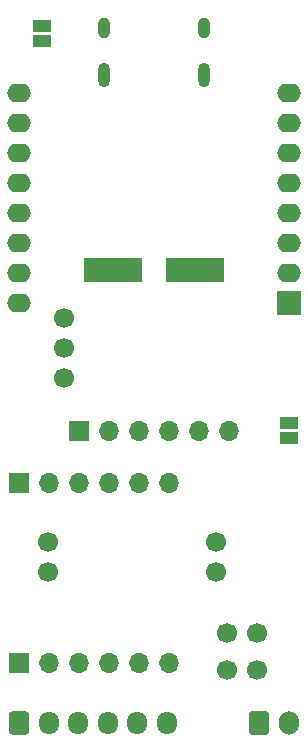
<source format=gts>
%TF.GenerationSoftware,KiCad,Pcbnew,8.0.7*%
%TF.CreationDate,2025-02-05T23:04:40+01:00*%
%TF.ProjectId,YADCMCB,59414443-4d43-4422-9e6b-696361645f70,rev?*%
%TF.SameCoordinates,Original*%
%TF.FileFunction,Soldermask,Top*%
%TF.FilePolarity,Negative*%
%FSLAX46Y46*%
G04 Gerber Fmt 4.6, Leading zero omitted, Abs format (unit mm)*
G04 Created by KiCad (PCBNEW 8.0.7) date 2025-02-05 23:04:40*
%MOMM*%
%LPD*%
G01*
G04 APERTURE LIST*
G04 Aperture macros list*
%AMRoundRect*
0 Rectangle with rounded corners*
0 $1 Rounding radius*
0 $2 $3 $4 $5 $6 $7 $8 $9 X,Y pos of 4 corners*
0 Add a 4 corners polygon primitive as box body*
4,1,4,$2,$3,$4,$5,$6,$7,$8,$9,$2,$3,0*
0 Add four circle primitives for the rounded corners*
1,1,$1+$1,$2,$3*
1,1,$1+$1,$4,$5*
1,1,$1+$1,$6,$7*
1,1,$1+$1,$8,$9*
0 Add four rect primitives between the rounded corners*
20,1,$1+$1,$2,$3,$4,$5,0*
20,1,$1+$1,$4,$5,$6,$7,0*
20,1,$1+$1,$6,$7,$8,$9,0*
20,1,$1+$1,$8,$9,$2,$3,0*%
G04 Aperture macros list end*
%ADD10R,1.500000X1.000000*%
%ADD11R,5.000000X2.000000*%
%ADD12O,1.000000X1.800000*%
%ADD13O,1.000000X2.100000*%
%ADD14RoundRect,0.250000X-0.600000X-0.750000X0.600000X-0.750000X0.600000X0.750000X-0.600000X0.750000X0*%
%ADD15O,1.700000X2.000000*%
%ADD16RoundRect,0.250000X-0.600000X-0.725000X0.600000X-0.725000X0.600000X0.725000X-0.600000X0.725000X0*%
%ADD17O,1.700000X1.950000*%
%ADD18R,1.700000X1.700000*%
%ADD19O,1.700000X1.700000*%
%ADD20C,1.700000*%
%ADD21R,2.000000X2.000000*%
%ADD22O,2.000000X1.600000*%
G04 APERTURE END LIST*
D10*
%TO.C,JP2*%
X27940000Y-36830000D03*
X27940000Y-35530000D03*
%TD*%
%TO.C,JP1*%
X6985000Y-1890000D03*
X6985000Y-3190000D03*
%TD*%
D11*
%TO.C,U3*%
X13010000Y-22590000D03*
D12*
X12260000Y-2090000D03*
D13*
X12260000Y-6090000D03*
D11*
X20010000Y-22590000D03*
D12*
X20760000Y-2090000D03*
D13*
X20760000Y-6090000D03*
%TD*%
D14*
%TO.C,J4*%
X25400000Y-60960000D03*
D15*
X27900000Y-60960000D03*
%TD*%
D16*
%TO.C,J5*%
X5080000Y-60960000D03*
D17*
X7580000Y-60960000D03*
X10080000Y-60960000D03*
X12580000Y-60960000D03*
X15080000Y-60960000D03*
X17580000Y-60960000D03*
%TD*%
D18*
%TO.C,J2*%
X5080000Y-40640000D03*
D19*
X7620000Y-40640000D03*
X10160000Y-40640000D03*
X12700000Y-40640000D03*
X15240000Y-40640000D03*
X17780000Y-40640000D03*
%TD*%
D18*
%TO.C,J3*%
X10160000Y-36195000D03*
D19*
X12700000Y-36195000D03*
X15240000Y-36195000D03*
X17780000Y-36195000D03*
X20320000Y-36195000D03*
X22860000Y-36195000D03*
%TD*%
D20*
%TO.C,U2*%
X22665000Y-56440000D03*
X25205000Y-56440000D03*
X22665000Y-53340000D03*
X25205000Y-53340000D03*
X21705000Y-48185000D03*
X21705000Y-45645000D03*
X7505000Y-48185000D03*
X7505000Y-45645000D03*
%TD*%
D21*
%TO.C,U1*%
X27940000Y-25400000D03*
D22*
X27940000Y-22860000D03*
X27940000Y-20320000D03*
X27940000Y-17780000D03*
X27940000Y-15240000D03*
X27940000Y-12700000D03*
X27940000Y-10160000D03*
X27940000Y-7620000D03*
X5080000Y-7620000D03*
X5080000Y-10160000D03*
X5080000Y-12700000D03*
X5080000Y-15240000D03*
X5080000Y-17780000D03*
X5080000Y-20320000D03*
X5080000Y-22860000D03*
X5080000Y-25400000D03*
%TD*%
D20*
%TO.C,U4*%
X8890000Y-26670000D03*
X8890000Y-29210000D03*
X8890000Y-31750000D03*
%TD*%
D18*
%TO.C,J1*%
X5080000Y-55880000D03*
D19*
X7620000Y-55880000D03*
X10160000Y-55880000D03*
X12700000Y-55880000D03*
X15240000Y-55880000D03*
X17780000Y-55880000D03*
%TD*%
M02*

</source>
